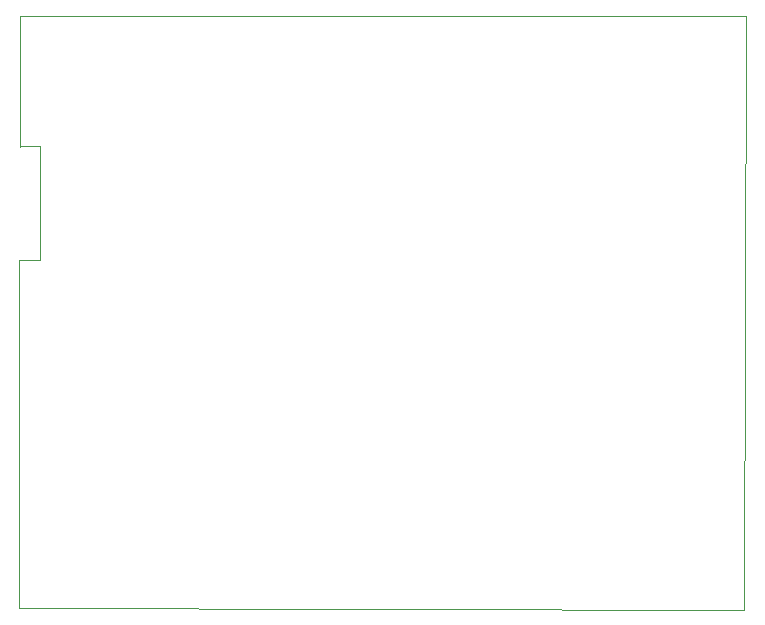
<source format=gbr>
G04 #@! TF.GenerationSoftware,KiCad,Pcbnew,5.0.0-1.fc29*
G04 #@! TF.CreationDate,2018-08-25T23:53:58+05:30*
G04 #@! TF.ProjectId,medlo,6D65646C6F2E6B696361645F70636200,rev?*
G04 #@! TF.SameCoordinates,Original*
G04 #@! TF.FileFunction,Profile,NP*
%FSLAX46Y46*%
G04 Gerber Fmt 4.6, Leading zero omitted, Abs format (unit mm)*
G04 Created by KiCad (PCBNEW 5.0.0-1.fc29) date Sat Aug 25 23:53:58 2018*
%MOMM*%
%LPD*%
G01*
G04 APERTURE LIST*
%ADD10C,0.100000*%
G04 APERTURE END LIST*
D10*
X121564400Y-71983600D02*
X121412000Y-122275600D01*
X121412000Y-122275600D02*
X59994800Y-122148600D01*
X60007500Y-122174000D02*
X60007500Y-92646500D01*
X60121800Y-71983600D02*
X121564400Y-71983600D01*
X60071000Y-83121500D02*
X60071000Y-72072500D01*
X61785500Y-83058000D02*
X60071000Y-83058000D01*
X61785500Y-92646500D02*
X61785500Y-83058000D01*
X60071000Y-92646500D02*
X61785500Y-92646500D01*
X60007500Y-92646500D02*
X60071000Y-92646500D01*
M02*

</source>
